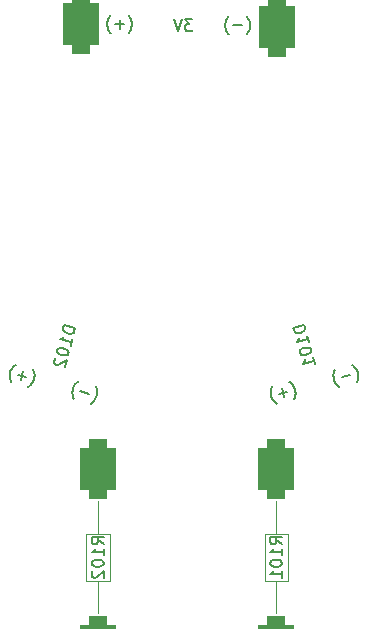
<source format=gbo>
%TF.GenerationSoftware,KiCad,Pcbnew,(6.0.2)*%
%TF.CreationDate,2022-06-12T16:08:13+02:00*%
%TF.ProjectId,robo-rocket,726f626f-2d72-46f6-936b-65742e6b6963,rev?*%
%TF.SameCoordinates,Original*%
%TF.FileFunction,Legend,Bot*%
%TF.FilePolarity,Positive*%
%FSLAX46Y46*%
G04 Gerber Fmt 4.6, Leading zero omitted, Abs format (unit mm)*
G04 Created by KiCad (PCBNEW (6.0.2)) date 2022-06-12 16:08:13*
%MOMM*%
%LPD*%
G01*
G04 APERTURE LIST*
G04 Aperture macros list*
%AMRoundRect*
0 Rectangle with rounded corners*
0 $1 Rounding radius*
0 $2 $3 $4 $5 $6 $7 $8 $9 X,Y pos of 4 corners*
0 Add a 4 corners polygon primitive as box body*
4,1,4,$2,$3,$4,$5,$6,$7,$8,$9,$2,$3,0*
0 Add four circle primitives for the rounded corners*
1,1,$1+$1,$2,$3*
1,1,$1+$1,$4,$5*
1,1,$1+$1,$6,$7*
1,1,$1+$1,$8,$9*
0 Add four rect primitives between the rounded corners*
20,1,$1+$1,$2,$3,$4,$5,0*
20,1,$1+$1,$4,$5,$6,$7,0*
20,1,$1+$1,$6,$7,$8,$9,0*
20,1,$1+$1,$8,$9,$2,$3,0*%
G04 Aperture macros list end*
%ADD10C,0.150000*%
%ADD11C,0.120000*%
%ADD12C,0.126504*%
%ADD13RoundRect,0.750000X0.750000X-1.750000X0.750000X1.750000X-0.750000X1.750000X-0.750000X-1.750000X0*%
%ADD14RoundRect,0.750000X1.177378X-1.496256X0.271511X1.884484X-1.177378X1.496256X-0.271511X-1.884484X0*%
%ADD15RoundRect,0.750000X0.271511X-1.884484X1.177378X1.496256X-0.271511X1.884484X-1.177378X-1.496256X0*%
G04 APERTURE END LIST*
D10*
X79951904Y-42532380D02*
X79332857Y-42532380D01*
X79666190Y-42913333D01*
X79523333Y-42913333D01*
X79428095Y-42960952D01*
X79380476Y-43008571D01*
X79332857Y-43103809D01*
X79332857Y-43341904D01*
X79380476Y-43437142D01*
X79428095Y-43484761D01*
X79523333Y-43532380D01*
X79809047Y-43532380D01*
X79904285Y-43484761D01*
X79951904Y-43437142D01*
X79047142Y-42532380D02*
X78713809Y-43532380D01*
X78380476Y-42532380D01*
X84551904Y-43813333D02*
X84599523Y-43765714D01*
X84694761Y-43622857D01*
X84742380Y-43527619D01*
X84790000Y-43384761D01*
X84837619Y-43146666D01*
X84837619Y-42956190D01*
X84790000Y-42718095D01*
X84742380Y-42575238D01*
X84694761Y-42480000D01*
X84599523Y-42337142D01*
X84551904Y-42289523D01*
X84170952Y-43051428D02*
X83409047Y-43051428D01*
X83028095Y-43813333D02*
X82980476Y-43765714D01*
X82885238Y-43622857D01*
X82837619Y-43527619D01*
X82790000Y-43384761D01*
X82742380Y-43146666D01*
X82742380Y-42956190D01*
X82790000Y-42718095D01*
X82837619Y-42575238D01*
X82885238Y-42480000D01*
X82980476Y-42337142D01*
X83028095Y-42289523D01*
X74551904Y-43713333D02*
X74599523Y-43665714D01*
X74694761Y-43522857D01*
X74742380Y-43427619D01*
X74790000Y-43284761D01*
X74837619Y-43046666D01*
X74837619Y-42856190D01*
X74790000Y-42618095D01*
X74742380Y-42475238D01*
X74694761Y-42380000D01*
X74599523Y-42237142D01*
X74551904Y-42189523D01*
X74170952Y-42951428D02*
X73409047Y-42951428D01*
X73790000Y-43332380D02*
X73790000Y-42570476D01*
X73028095Y-43713333D02*
X72980476Y-43665714D01*
X72885238Y-43522857D01*
X72837619Y-43427619D01*
X72790000Y-43284761D01*
X72742380Y-43046666D01*
X72742380Y-42856190D01*
X72790000Y-42618095D01*
X72837619Y-42475238D01*
X72885238Y-42380000D01*
X72980476Y-42237142D01*
X73028095Y-42189523D01*
%TO.C,R101*%
X87542380Y-86960952D02*
X87066190Y-86627619D01*
X87542380Y-86389523D02*
X86542380Y-86389523D01*
X86542380Y-86770476D01*
X86590000Y-86865714D01*
X86637619Y-86913333D01*
X86732857Y-86960952D01*
X86875714Y-86960952D01*
X86970952Y-86913333D01*
X87018571Y-86865714D01*
X87066190Y-86770476D01*
X87066190Y-86389523D01*
X87542380Y-87913333D02*
X87542380Y-87341904D01*
X87542380Y-87627619D02*
X86542380Y-87627619D01*
X86685238Y-87532380D01*
X86780476Y-87437142D01*
X86828095Y-87341904D01*
X86542380Y-88532380D02*
X86542380Y-88627619D01*
X86590000Y-88722857D01*
X86637619Y-88770476D01*
X86732857Y-88818095D01*
X86923333Y-88865714D01*
X87161428Y-88865714D01*
X87351904Y-88818095D01*
X87447142Y-88770476D01*
X87494761Y-88722857D01*
X87542380Y-88627619D01*
X87542380Y-88532380D01*
X87494761Y-88437142D01*
X87447142Y-88389523D01*
X87351904Y-88341904D01*
X87161428Y-88294285D01*
X86923333Y-88294285D01*
X86732857Y-88341904D01*
X86637619Y-88389523D01*
X86590000Y-88437142D01*
X86542380Y-88532380D01*
X87542380Y-89818095D02*
X87542380Y-89246666D01*
X87542380Y-89532380D02*
X86542380Y-89532380D01*
X86685238Y-89437142D01*
X86780476Y-89341904D01*
X86828095Y-89246666D01*
%TO.C,D101*%
X89441985Y-68386438D02*
X88476059Y-68645257D01*
X88537682Y-68875239D01*
X88620653Y-69000904D01*
X88737295Y-69068248D01*
X88841613Y-69089595D01*
X89037923Y-69086292D01*
X89175913Y-69049318D01*
X89347574Y-68954023D01*
X89427242Y-68883377D01*
X89494586Y-68766735D01*
X89503608Y-68616420D01*
X89441985Y-68386438D01*
X89836375Y-69858325D02*
X89688479Y-69306367D01*
X89762427Y-69582346D02*
X88796501Y-69841165D01*
X88909841Y-69712198D01*
X88977185Y-69595556D01*
X88998532Y-69491238D01*
X89030671Y-70715098D02*
X89055320Y-70807091D01*
X89125966Y-70886759D01*
X89184287Y-70920431D01*
X89288605Y-70941778D01*
X89484916Y-70938476D01*
X89714898Y-70876852D01*
X89886559Y-70781557D01*
X89966227Y-70710911D01*
X89999899Y-70652590D01*
X90021246Y-70548272D01*
X89996597Y-70456279D01*
X89925951Y-70376611D01*
X89867630Y-70342939D01*
X89763312Y-70321592D01*
X89567001Y-70324895D01*
X89337019Y-70386518D01*
X89165358Y-70481813D01*
X89085690Y-70552459D01*
X89052018Y-70610781D01*
X89030671Y-70715098D01*
X90329364Y-71698184D02*
X90181467Y-71146226D01*
X90255416Y-71422205D02*
X89289490Y-71681024D01*
X89402830Y-71552057D01*
X89470173Y-71435415D01*
X89491520Y-71331097D01*
X93881374Y-73266264D02*
X93915045Y-73207943D01*
X93970064Y-73045304D01*
X93991411Y-72940987D01*
X94000433Y-72790672D01*
X93984806Y-72548365D01*
X93935507Y-72364380D01*
X93827887Y-72146722D01*
X93744917Y-72021057D01*
X93674271Y-71941389D01*
X93545304Y-71828049D01*
X93486983Y-71794377D01*
X93316206Y-72628918D02*
X92580263Y-72826114D01*
X92409487Y-73660655D02*
X92351165Y-73626983D01*
X92222198Y-73513643D01*
X92151552Y-73433975D01*
X92068582Y-73308311D01*
X91960962Y-73090653D01*
X91911663Y-72906667D01*
X91896036Y-72664360D01*
X91905058Y-72514046D01*
X91926405Y-72409728D01*
X91981424Y-72247089D01*
X92015096Y-72188768D01*
X88568782Y-74689769D02*
X88602453Y-74631448D01*
X88657472Y-74468809D01*
X88678819Y-74364492D01*
X88687841Y-74214177D01*
X88672214Y-73971870D01*
X88622915Y-73787885D01*
X88515295Y-73570227D01*
X88432325Y-73444562D01*
X88361679Y-73364894D01*
X88232712Y-73251554D01*
X88174391Y-73217882D01*
X88003614Y-74052423D02*
X87267671Y-74249619D01*
X87734240Y-74518993D02*
X87537045Y-73783049D01*
X87096895Y-75084160D02*
X87038573Y-75050488D01*
X86909606Y-74937148D01*
X86838960Y-74857480D01*
X86755990Y-74731816D01*
X86648370Y-74514158D01*
X86599071Y-74330172D01*
X86583444Y-74087865D01*
X86592466Y-73937551D01*
X86613813Y-73833233D01*
X86668832Y-73670594D01*
X86702504Y-73612273D01*
%TO.C,D102*%
X70034817Y-68691720D02*
X69068892Y-68432901D01*
X69007268Y-68662883D01*
X69016290Y-68813197D01*
X69083634Y-68929839D01*
X69163302Y-69000485D01*
X69334963Y-69095781D01*
X69472953Y-69132755D01*
X69669263Y-69136057D01*
X69773581Y-69114710D01*
X69890223Y-69047367D01*
X69973194Y-68921702D01*
X70034817Y-68691720D01*
X69640426Y-70163607D02*
X69788323Y-69611649D01*
X69714375Y-69887628D02*
X68748449Y-69628809D01*
X68911088Y-69573790D01*
X69027730Y-69506447D01*
X69098376Y-69426778D01*
X68514279Y-70502742D02*
X68489630Y-70594735D01*
X68510977Y-70699052D01*
X68544649Y-70757373D01*
X68624317Y-70828019D01*
X68795978Y-70923315D01*
X69025960Y-70984938D01*
X69222271Y-70988241D01*
X69326589Y-70966894D01*
X69384910Y-70933222D01*
X69455556Y-70853554D01*
X69480205Y-70761561D01*
X69458858Y-70657243D01*
X69425186Y-70598922D01*
X69345518Y-70528276D01*
X69173857Y-70432981D01*
X68943875Y-70371357D01*
X68747564Y-70368055D01*
X68643246Y-70389402D01*
X68584925Y-70423073D01*
X68514279Y-70502742D01*
X68421402Y-71217338D02*
X68363080Y-71251010D01*
X68292434Y-71330678D01*
X68230811Y-71560660D01*
X68252158Y-71664978D01*
X68285830Y-71723299D01*
X68365498Y-71793945D01*
X68457491Y-71818595D01*
X68607805Y-71809572D01*
X69307659Y-71405511D01*
X69147438Y-72003465D01*
X66073919Y-73634773D02*
X66132241Y-73601101D01*
X66261208Y-73487761D01*
X66331854Y-73408093D01*
X66414824Y-73282429D01*
X66522444Y-73064771D01*
X66571743Y-72880785D01*
X66587370Y-72638478D01*
X66578348Y-72488164D01*
X66557001Y-72383846D01*
X66501982Y-72221207D01*
X66468310Y-72162886D01*
X65903143Y-72800232D02*
X65167200Y-72603036D01*
X65436574Y-73069606D02*
X65633769Y-72333662D01*
X64602032Y-73240382D02*
X64568361Y-73182061D01*
X64513342Y-73019422D01*
X64491995Y-72915105D01*
X64482973Y-72764790D01*
X64498600Y-72522483D01*
X64547899Y-72338498D01*
X64655519Y-72120840D01*
X64738489Y-71995175D01*
X64809135Y-71915507D01*
X64938102Y-71802167D01*
X64996423Y-71768495D01*
X71386511Y-75058278D02*
X71444833Y-75024606D01*
X71573800Y-74911266D01*
X71644446Y-74831598D01*
X71727416Y-74705934D01*
X71835036Y-74488276D01*
X71884335Y-74304290D01*
X71899962Y-74061983D01*
X71890940Y-73911669D01*
X71869593Y-73807351D01*
X71814574Y-73644712D01*
X71780902Y-73586391D01*
X71215735Y-74223737D02*
X70479792Y-74026541D01*
X69914624Y-74663887D02*
X69880953Y-74605566D01*
X69825934Y-74442927D01*
X69804587Y-74338610D01*
X69795565Y-74188295D01*
X69811192Y-73945988D01*
X69860491Y-73762003D01*
X69968111Y-73544345D01*
X70051081Y-73418680D01*
X70121727Y-73339012D01*
X70250694Y-73225672D01*
X70309015Y-73192000D01*
%TO.C,R102*%
X72442380Y-86960952D02*
X71966190Y-86627619D01*
X72442380Y-86389523D02*
X71442380Y-86389523D01*
X71442380Y-86770476D01*
X71490000Y-86865714D01*
X71537619Y-86913333D01*
X71632857Y-86960952D01*
X71775714Y-86960952D01*
X71870952Y-86913333D01*
X71918571Y-86865714D01*
X71966190Y-86770476D01*
X71966190Y-86389523D01*
X72442380Y-87913333D02*
X72442380Y-87341904D01*
X72442380Y-87627619D02*
X71442380Y-87627619D01*
X71585238Y-87532380D01*
X71680476Y-87437142D01*
X71728095Y-87341904D01*
X71442380Y-88532380D02*
X71442380Y-88627619D01*
X71490000Y-88722857D01*
X71537619Y-88770476D01*
X71632857Y-88818095D01*
X71823333Y-88865714D01*
X72061428Y-88865714D01*
X72251904Y-88818095D01*
X72347142Y-88770476D01*
X72394761Y-88722857D01*
X72442380Y-88627619D01*
X72442380Y-88532380D01*
X72394761Y-88437142D01*
X72347142Y-88389523D01*
X72251904Y-88341904D01*
X72061428Y-88294285D01*
X71823333Y-88294285D01*
X71632857Y-88341904D01*
X71537619Y-88389523D01*
X71490000Y-88437142D01*
X71442380Y-88532380D01*
X71537619Y-89246666D02*
X71490000Y-89294285D01*
X71442380Y-89389523D01*
X71442380Y-89627619D01*
X71490000Y-89722857D01*
X71537619Y-89770476D01*
X71632857Y-89818095D01*
X71728095Y-89818095D01*
X71870952Y-89770476D01*
X72442380Y-89199047D01*
X72442380Y-89818095D01*
D11*
%TO.C,R101*%
X88060000Y-90120000D02*
X88060000Y-86120000D01*
X87060000Y-86120000D02*
X86060000Y-86120000D01*
X88060000Y-86120000D02*
X87060000Y-86120000D01*
X87060000Y-83320000D02*
X87060000Y-86120000D01*
X86060000Y-86120000D02*
X86060000Y-90120000D01*
X86060000Y-90120000D02*
X88060000Y-90120000D01*
X87060000Y-90120000D02*
X87060000Y-92820000D01*
%TO.C,R102*%
X72980000Y-90120000D02*
X72980000Y-86120000D01*
X71980000Y-86120000D02*
X70980000Y-86120000D01*
X71980000Y-90120000D02*
X71980000Y-92820000D01*
X70980000Y-90120000D02*
X72980000Y-90120000D01*
X72980000Y-86120000D02*
X71980000Y-86120000D01*
X71980000Y-83320000D02*
X71980000Y-86120000D01*
X70980000Y-86120000D02*
X70980000Y-90120000D01*
%TD*%
%LPC*%
D12*
X82193090Y-67771007D02*
X82418293Y-67699841D01*
X82418293Y-67699841D02*
X82660976Y-67612455D01*
X82660976Y-67612455D02*
X82918249Y-67510416D01*
X82918249Y-67510416D02*
X83187218Y-67395287D01*
X83187218Y-67395287D02*
X83464993Y-67268635D01*
X83464993Y-67268635D02*
X83748680Y-67132023D01*
X83748680Y-67132023D02*
X84322226Y-66835180D01*
X84322226Y-66835180D02*
X84884719Y-66517281D01*
X84884719Y-66517281D02*
X85154591Y-66354347D01*
X85154591Y-66354347D02*
X85413024Y-66190843D01*
X85413024Y-66190843D02*
X85657127Y-66028335D01*
X85657127Y-66028335D02*
X85884006Y-65868388D01*
X85884006Y-65868388D02*
X86090770Y-65712566D01*
X86090770Y-65712566D02*
X86274527Y-65562434D01*
X86274527Y-65562434D02*
X86451502Y-65405074D01*
X86451502Y-65405074D02*
X86641443Y-65225945D01*
X86641443Y-65225945D02*
X86838417Y-65031280D01*
X86838417Y-65031280D02*
X87036489Y-64827309D01*
X87036489Y-64827309D02*
X87229727Y-64620264D01*
X87229727Y-64620264D02*
X87412195Y-64416377D01*
X87412195Y-64416377D02*
X87577961Y-64221879D01*
X87577961Y-64221879D02*
X87721090Y-64043002D01*
X87721090Y-64043002D02*
X88112745Y-63502360D01*
X88112745Y-63502360D02*
X88467272Y-62949484D01*
X88467272Y-62949484D02*
X88785015Y-62385737D01*
X88785015Y-62385737D02*
X89066318Y-61812484D01*
X89066318Y-61812484D02*
X89311524Y-61231087D01*
X89311524Y-61231087D02*
X89520976Y-60642912D01*
X89520976Y-60642912D02*
X89695016Y-60049321D01*
X89695016Y-60049321D02*
X89833990Y-59451678D01*
X89833990Y-59451678D02*
X89938239Y-58851347D01*
X89938239Y-58851347D02*
X90008107Y-58249692D01*
X90008107Y-58249692D02*
X90043937Y-57648076D01*
X90043937Y-57648076D02*
X90046073Y-57047862D01*
X90046073Y-57047862D02*
X90014858Y-56450416D01*
X90014858Y-56450416D02*
X89950635Y-55857100D01*
X89950635Y-55857100D02*
X89853746Y-55269277D01*
X89853746Y-55269277D02*
X89724537Y-54688313D01*
X89724537Y-54688313D02*
X89563349Y-54115570D01*
X89563349Y-54115570D02*
X89370526Y-53552412D01*
X89370526Y-53552412D02*
X89146412Y-53000203D01*
X89146412Y-53000203D02*
X88891349Y-52460307D01*
X88891349Y-52460307D02*
X88605680Y-51934087D01*
X88605680Y-51934087D02*
X88289750Y-51422907D01*
X88289750Y-51422907D02*
X87943901Y-50928130D01*
X87943901Y-50928130D02*
X87568477Y-50451121D01*
X87568477Y-50451121D02*
X87163820Y-49993243D01*
X87163820Y-49993243D02*
X86730275Y-49555859D01*
X86730275Y-49555859D02*
X86268183Y-49140334D01*
X86268183Y-49140334D02*
X85777890Y-48748032D01*
X85777890Y-48748032D02*
X85259737Y-48380315D01*
X85259737Y-48380315D02*
X84714068Y-48038547D01*
X84714068Y-48038547D02*
X84141226Y-47724093D01*
X84141226Y-47724093D02*
X83541555Y-47438315D01*
X83541555Y-47438315D02*
X83247751Y-47311686D01*
X83247751Y-47311686D02*
X82964036Y-47196344D01*
X82964036Y-47196344D02*
X82688519Y-47091925D01*
X82688519Y-47091925D02*
X82419307Y-46998064D01*
X82419307Y-46998064D02*
X82154510Y-46914400D01*
X82154510Y-46914400D02*
X81892234Y-46840565D01*
X81892234Y-46840565D02*
X81630588Y-46776198D01*
X81630588Y-46776198D02*
X81367680Y-46720934D01*
X81367680Y-46720934D02*
X81101617Y-46674408D01*
X81101617Y-46674408D02*
X80830507Y-46636257D01*
X80830507Y-46636257D02*
X80552459Y-46606117D01*
X80552459Y-46606117D02*
X80265580Y-46583623D01*
X80265580Y-46583623D02*
X79967979Y-46568412D01*
X79967979Y-46568412D02*
X79657763Y-46560119D01*
X79657763Y-46560119D02*
X79333040Y-46558380D01*
X79333040Y-46558380D02*
X78991919Y-46562831D01*
X78991919Y-46562831D02*
X78445137Y-46585154D01*
X78445137Y-46585154D02*
X77913306Y-46628787D01*
X77913306Y-46628787D02*
X77395776Y-46694001D01*
X77395776Y-46694001D02*
X76891902Y-46781068D01*
X76891902Y-46781068D02*
X76401035Y-46890258D01*
X76401035Y-46890258D02*
X75922527Y-47021844D01*
X75922527Y-47021844D02*
X75455732Y-47176095D01*
X75455732Y-47176095D02*
X75000002Y-47353283D01*
X75000002Y-47353283D02*
X74554689Y-47553680D01*
X74554689Y-47553680D02*
X74119146Y-47777557D01*
X74119146Y-47777557D02*
X73692725Y-48025184D01*
X73692725Y-48025184D02*
X73274779Y-48296834D01*
X73274779Y-48296834D02*
X72864661Y-48592776D01*
X72864661Y-48592776D02*
X72461722Y-48913282D01*
X72461722Y-48913282D02*
X72065316Y-49258625D01*
X72065316Y-49258625D02*
X71674795Y-49629073D01*
X71674795Y-49629073D02*
X71360123Y-49952431D01*
X71360123Y-49952431D02*
X71061001Y-50285171D01*
X71061001Y-50285171D02*
X70777502Y-50626842D01*
X70777502Y-50626842D02*
X70509695Y-50976996D01*
X70509695Y-50976996D02*
X70257651Y-51335181D01*
X70257651Y-51335181D02*
X70021441Y-51700947D01*
X70021441Y-51700947D02*
X69801136Y-52073845D01*
X69801136Y-52073845D02*
X69596806Y-52453423D01*
X69596806Y-52453423D02*
X69408522Y-52839232D01*
X69408522Y-52839232D02*
X69236355Y-53230822D01*
X69236355Y-53230822D02*
X68940654Y-54029543D01*
X68940654Y-54029543D02*
X68710269Y-54845984D01*
X68710269Y-54845984D02*
X68545765Y-55676544D01*
X68545765Y-55676544D02*
X68447708Y-56517622D01*
X68447708Y-56517622D02*
X68416664Y-57365615D01*
X68416664Y-57365615D02*
X68453199Y-58216923D01*
X68453199Y-58216923D02*
X68496985Y-58642694D01*
X68496985Y-58642694D02*
X68557877Y-59067944D01*
X68557877Y-59067944D02*
X68635947Y-59492221D01*
X68635947Y-59492221D02*
X68731266Y-59915076D01*
X68731266Y-59915076D02*
X68843903Y-60336059D01*
X68843903Y-60336059D02*
X68973930Y-60754719D01*
X68973930Y-60754719D02*
X69121417Y-61170606D01*
X69121417Y-61170606D02*
X69286435Y-61583270D01*
X69286435Y-61583270D02*
X69469055Y-61992261D01*
X69469055Y-61992261D02*
X69669348Y-62397128D01*
X69669348Y-62397128D02*
X69956376Y-62910980D01*
X69956376Y-62910980D02*
X70274341Y-63408150D01*
X70274341Y-63408150D02*
X70621686Y-63887471D01*
X70621686Y-63887471D02*
X70996855Y-64347778D01*
X70996855Y-64347778D02*
X71398291Y-64787905D01*
X71398291Y-64787905D02*
X71824439Y-65206687D01*
X71824439Y-65206687D02*
X72273742Y-65602958D01*
X72273742Y-65602958D02*
X72744644Y-65975552D01*
X72744644Y-65975552D02*
X73235590Y-66323303D01*
X73235590Y-66323303D02*
X73745022Y-66645046D01*
X73745022Y-66645046D02*
X74271385Y-66939615D01*
X74271385Y-66939615D02*
X74813123Y-67205845D01*
X74813123Y-67205845D02*
X75368679Y-67442569D01*
X75368679Y-67442569D02*
X75936498Y-67648623D01*
X75936498Y-67648623D02*
X76515023Y-67822839D01*
X76515023Y-67822839D02*
X77102697Y-67964053D01*
X77102697Y-67964053D02*
X77323131Y-68001919D01*
X77323131Y-68001919D02*
X77583067Y-68032123D01*
X77583067Y-68032123D02*
X77876831Y-68054880D01*
X77876831Y-68054880D02*
X78198751Y-68070407D01*
X78198751Y-68070407D02*
X78904368Y-68080626D01*
X78904368Y-68080626D02*
X79654535Y-68064502D01*
X79654535Y-68064502D02*
X80403872Y-68023756D01*
X80403872Y-68023756D02*
X81106995Y-67960109D01*
X81106995Y-67960109D02*
X81427045Y-67920236D01*
X81427045Y-67920236D02*
X81718524Y-67875283D01*
X81718524Y-67875283D02*
X81975758Y-67825466D01*
X81975758Y-67825466D02*
X82193075Y-67770999D01*
X82193075Y-67770999D02*
X82193090Y-67771007D01*
X82193090Y-67771007D02*
X82193090Y-67771007D01*
G36*
X79657763Y-46560119D02*
G01*
X79967979Y-46568412D01*
X80265580Y-46583623D01*
X80552459Y-46606117D01*
X80830507Y-46636257D01*
X81101617Y-46674408D01*
X81367680Y-46720934D01*
X81630588Y-46776198D01*
X81892234Y-46840565D01*
X82154510Y-46914400D01*
X82419307Y-46998064D01*
X82688519Y-47091925D01*
X82964036Y-47196344D01*
X83247751Y-47311686D01*
X83541555Y-47438315D01*
X84141226Y-47724093D01*
X84714068Y-48038547D01*
X85259737Y-48380315D01*
X85777890Y-48748032D01*
X86268183Y-49140334D01*
X86730275Y-49555859D01*
X87163820Y-49993243D01*
X87568477Y-50451121D01*
X87943901Y-50928130D01*
X88289750Y-51422907D01*
X88605680Y-51934087D01*
X88891349Y-52460307D01*
X89146412Y-53000203D01*
X89370526Y-53552412D01*
X89563349Y-54115570D01*
X89724537Y-54688313D01*
X89853746Y-55269277D01*
X89950635Y-55857100D01*
X90014858Y-56450416D01*
X90046073Y-57047862D01*
X90043937Y-57648076D01*
X90008107Y-58249692D01*
X89938239Y-58851347D01*
X89833990Y-59451678D01*
X89695016Y-60049321D01*
X89520976Y-60642912D01*
X89311524Y-61231087D01*
X89066318Y-61812484D01*
X88785015Y-62385737D01*
X88467272Y-62949484D01*
X88112745Y-63502360D01*
X87721090Y-64043002D01*
X87577961Y-64221879D01*
X87412195Y-64416377D01*
X87229727Y-64620264D01*
X87036489Y-64827309D01*
X86838417Y-65031280D01*
X86641443Y-65225945D01*
X86451502Y-65405074D01*
X86274527Y-65562434D01*
X86090770Y-65712566D01*
X85884006Y-65868388D01*
X85657127Y-66028335D01*
X85413024Y-66190843D01*
X85154591Y-66354347D01*
X84884719Y-66517281D01*
X84322226Y-66835180D01*
X83748680Y-67132023D01*
X83464993Y-67268635D01*
X83187218Y-67395287D01*
X82918249Y-67510416D01*
X82660976Y-67612455D01*
X82418293Y-67699841D01*
X82193090Y-67771007D01*
X82193075Y-67770999D01*
X81975758Y-67825466D01*
X81718524Y-67875283D01*
X81427045Y-67920236D01*
X81106995Y-67960109D01*
X80403872Y-68023756D01*
X79654535Y-68064502D01*
X78904368Y-68080626D01*
X78198751Y-68070407D01*
X77876831Y-68054880D01*
X77583067Y-68032123D01*
X77323131Y-68001919D01*
X77102697Y-67964053D01*
X76515023Y-67822839D01*
X75936498Y-67648623D01*
X75368679Y-67442569D01*
X74813123Y-67205845D01*
X74271385Y-66939615D01*
X73745022Y-66645046D01*
X73235590Y-66323303D01*
X72744644Y-65975552D01*
X72273742Y-65602958D01*
X71824439Y-65206687D01*
X71398291Y-64787905D01*
X70996855Y-64347778D01*
X70621686Y-63887471D01*
X70274341Y-63408150D01*
X69956376Y-62910980D01*
X69669348Y-62397128D01*
X69469055Y-61992261D01*
X69286435Y-61583270D01*
X69121417Y-61170606D01*
X68973930Y-60754719D01*
X68843903Y-60336059D01*
X68731266Y-59915076D01*
X68635947Y-59492221D01*
X68557877Y-59067944D01*
X68496985Y-58642694D01*
X68453199Y-58216923D01*
X68416664Y-57365615D01*
X68447708Y-56517622D01*
X68545765Y-55676544D01*
X68710269Y-54845984D01*
X68940654Y-54029543D01*
X69236355Y-53230822D01*
X69408522Y-52839232D01*
X69596806Y-52453423D01*
X69801136Y-52073845D01*
X70021441Y-51700947D01*
X70257651Y-51335181D01*
X70509695Y-50976996D01*
X70777502Y-50626842D01*
X71061001Y-50285171D01*
X71360123Y-49952431D01*
X71674795Y-49629073D01*
X72065316Y-49258625D01*
X72461722Y-48913282D01*
X72864661Y-48592776D01*
X73274779Y-48296834D01*
X73692725Y-48025184D01*
X74119146Y-47777557D01*
X74554689Y-47553680D01*
X75000002Y-47353283D01*
X75455732Y-47176095D01*
X75922527Y-47021844D01*
X76401035Y-46890258D01*
X76891902Y-46781068D01*
X77395776Y-46694001D01*
X77913306Y-46628787D01*
X78445137Y-46585154D01*
X78991919Y-46562831D01*
X79333040Y-46558380D01*
X79657763Y-46560119D01*
G37*
X79657763Y-46560119D02*
X79967979Y-46568412D01*
X80265580Y-46583623D01*
X80552459Y-46606117D01*
X80830507Y-46636257D01*
X81101617Y-46674408D01*
X81367680Y-46720934D01*
X81630588Y-46776198D01*
X81892234Y-46840565D01*
X82154510Y-46914400D01*
X82419307Y-46998064D01*
X82688519Y-47091925D01*
X82964036Y-47196344D01*
X83247751Y-47311686D01*
X83541555Y-47438315D01*
X84141226Y-47724093D01*
X84714068Y-48038547D01*
X85259737Y-48380315D01*
X85777890Y-48748032D01*
X86268183Y-49140334D01*
X86730275Y-49555859D01*
X87163820Y-49993243D01*
X87568477Y-50451121D01*
X87943901Y-50928130D01*
X88289750Y-51422907D01*
X88605680Y-51934087D01*
X88891349Y-52460307D01*
X89146412Y-53000203D01*
X89370526Y-53552412D01*
X89563349Y-54115570D01*
X89724537Y-54688313D01*
X89853746Y-55269277D01*
X89950635Y-55857100D01*
X90014858Y-56450416D01*
X90046073Y-57047862D01*
X90043937Y-57648076D01*
X90008107Y-58249692D01*
X89938239Y-58851347D01*
X89833990Y-59451678D01*
X89695016Y-60049321D01*
X89520976Y-60642912D01*
X89311524Y-61231087D01*
X89066318Y-61812484D01*
X88785015Y-62385737D01*
X88467272Y-62949484D01*
X88112745Y-63502360D01*
X87721090Y-64043002D01*
X87577961Y-64221879D01*
X87412195Y-64416377D01*
X87229727Y-64620264D01*
X87036489Y-64827309D01*
X86838417Y-65031280D01*
X86641443Y-65225945D01*
X86451502Y-65405074D01*
X86274527Y-65562434D01*
X86090770Y-65712566D01*
X85884006Y-65868388D01*
X85657127Y-66028335D01*
X85413024Y-66190843D01*
X85154591Y-66354347D01*
X84884719Y-66517281D01*
X84322226Y-66835180D01*
X83748680Y-67132023D01*
X83464993Y-67268635D01*
X83187218Y-67395287D01*
X82918249Y-67510416D01*
X82660976Y-67612455D01*
X82418293Y-67699841D01*
X82193090Y-67771007D01*
X82193075Y-67770999D01*
X81975758Y-67825466D01*
X81718524Y-67875283D01*
X81427045Y-67920236D01*
X81106995Y-67960109D01*
X80403872Y-68023756D01*
X79654535Y-68064502D01*
X78904368Y-68080626D01*
X78198751Y-68070407D01*
X77876831Y-68054880D01*
X77583067Y-68032123D01*
X77323131Y-68001919D01*
X77102697Y-67964053D01*
X76515023Y-67822839D01*
X75936498Y-67648623D01*
X75368679Y-67442569D01*
X74813123Y-67205845D01*
X74271385Y-66939615D01*
X73745022Y-66645046D01*
X73235590Y-66323303D01*
X72744644Y-65975552D01*
X72273742Y-65602958D01*
X71824439Y-65206687D01*
X71398291Y-64787905D01*
X70996855Y-64347778D01*
X70621686Y-63887471D01*
X70274341Y-63408150D01*
X69956376Y-62910980D01*
X69669348Y-62397128D01*
X69469055Y-61992261D01*
X69286435Y-61583270D01*
X69121417Y-61170606D01*
X68973930Y-60754719D01*
X68843903Y-60336059D01*
X68731266Y-59915076D01*
X68635947Y-59492221D01*
X68557877Y-59067944D01*
X68496985Y-58642694D01*
X68453199Y-58216923D01*
X68416664Y-57365615D01*
X68447708Y-56517622D01*
X68545765Y-55676544D01*
X68710269Y-54845984D01*
X68940654Y-54029543D01*
X69236355Y-53230822D01*
X69408522Y-52839232D01*
X69596806Y-52453423D01*
X69801136Y-52073845D01*
X70021441Y-51700947D01*
X70257651Y-51335181D01*
X70509695Y-50976996D01*
X70777502Y-50626842D01*
X71061001Y-50285171D01*
X71360123Y-49952431D01*
X71674795Y-49629073D01*
X72065316Y-49258625D01*
X72461722Y-48913282D01*
X72864661Y-48592776D01*
X73274779Y-48296834D01*
X73692725Y-48025184D01*
X74119146Y-47777557D01*
X74554689Y-47553680D01*
X75000002Y-47353283D01*
X75455732Y-47176095D01*
X75922527Y-47021844D01*
X76401035Y-46890258D01*
X76891902Y-46781068D01*
X77395776Y-46694001D01*
X77913306Y-46628787D01*
X78445137Y-46585154D01*
X78991919Y-46562831D01*
X79333040Y-46558380D01*
X79657763Y-46560119D01*
D13*
%TO.C,R101*%
X87060000Y-80620000D03*
X87060000Y-95620000D03*
%TD*%
D14*
%TO.C,D101*%
X91998000Y-69181189D03*
X86782000Y-70578812D03*
%TD*%
D13*
%TO.C,J101*%
X70540000Y-42960000D03*
%TD*%
D15*
%TO.C,D102*%
X71798000Y-70578812D03*
X66582000Y-69181189D03*
%TD*%
D13*
%TO.C,J102*%
X87130000Y-43180000D03*
%TD*%
%TO.C,R102*%
X71980000Y-80620000D03*
X71980000Y-95620000D03*
%TD*%
M02*

</source>
